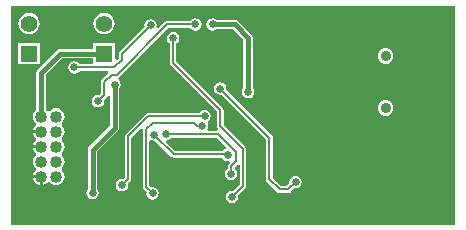
<source format=gbl>
%FSLAX24Y24*%
%MOIN*%
G70*
G01*
G75*
G04 Layer_Physical_Order=2*
G04 Layer_Color=16711680*
%ADD10R,0.0256X0.0354*%
%ADD11R,0.0551X0.0472*%
%ADD12R,0.1378X0.1378*%
%ADD13O,0.0394X0.0098*%
%ADD14O,0.0098X0.0394*%
%ADD15R,0.0866X0.0630*%
%ADD16C,0.0394*%
%ADD17R,0.0413X0.0425*%
%ADD18R,0.0315X0.0295*%
%ADD19R,0.0295X0.0315*%
%ADD20R,0.0360X0.0360*%
%ADD21R,0.0500X0.0360*%
%ADD22R,0.0984X0.0787*%
%ADD23R,0.0906X0.0197*%
%ADD24C,0.0060*%
%ADD25C,0.0150*%
%ADD26C,0.0400*%
%ADD27C,0.0550*%
%ADD28R,0.0550X0.0550*%
%ADD29C,0.0360*%
%ADD30C,0.0250*%
G36*
X14900Y100D02*
X100D01*
Y7400D01*
X14900D01*
Y100D01*
D02*
G37*
%LPC*%
G36*
X5499Y6518D02*
X5419Y6502D01*
X5351Y6457D01*
X5306Y6389D01*
X5290Y6309D01*
X5306Y6229D01*
X5351Y6161D01*
X5387Y6138D01*
Y5481D01*
X5387Y5481D01*
X5396Y5438D01*
X5420Y5401D01*
X6958Y3864D01*
Y3380D01*
X6958Y3380D01*
X6966Y3337D01*
X6991Y3301D01*
X7005Y3287D01*
X6978Y3222D01*
X6669D01*
X6636Y3284D01*
X6653Y3310D01*
X6669Y3390D01*
X6653Y3470D01*
X6652Y3472D01*
X6665Y3541D01*
X6698Y3562D01*
X6743Y3630D01*
X6759Y3710D01*
X6743Y3790D01*
X6698Y3858D01*
X6630Y3903D01*
X6550Y3919D01*
X6470Y3903D01*
X6402Y3858D01*
X6378Y3822D01*
X4670D01*
X4670Y3822D01*
X4627Y3814D01*
X4591Y3789D01*
X4591Y3789D01*
X3921Y3119D01*
X3896Y3083D01*
X3888Y3040D01*
X3888Y3040D01*
Y1676D01*
X3824Y1612D01*
X3790Y1619D01*
X3710Y1603D01*
X3642Y1558D01*
X3597Y1490D01*
X3581Y1410D01*
X3597Y1330D01*
X3642Y1262D01*
X3710Y1217D01*
X3790Y1201D01*
X3870Y1217D01*
X3938Y1262D01*
X3983Y1330D01*
X3999Y1410D01*
X3989Y1460D01*
X4079Y1551D01*
X4104Y1587D01*
X4112Y1630D01*
X4112Y1630D01*
Y2994D01*
X4427Y3309D01*
X4489Y3276D01*
X4488Y3270D01*
X4488Y3270D01*
Y1360D01*
X4488Y1360D01*
X4496Y1317D01*
X4521Y1281D01*
X4619Y1182D01*
X4611Y1140D01*
X4627Y1060D01*
X4672Y992D01*
X4740Y947D01*
X4820Y931D01*
X4900Y947D01*
X4968Y992D01*
X5013Y1060D01*
X5029Y1140D01*
X5013Y1220D01*
X4968Y1288D01*
X4900Y1333D01*
X4820Y1349D01*
X4778Y1341D01*
X4712Y1406D01*
Y2878D01*
X4774Y2911D01*
X4780Y2907D01*
X4860Y2891D01*
X4902Y2899D01*
X5441Y2361D01*
X5477Y2336D01*
X5520Y2328D01*
X5520Y2328D01*
X7133D01*
X7166Y2278D01*
X7234Y2233D01*
X7314Y2217D01*
X7363Y2226D01*
X7396Y2165D01*
X7351Y2119D01*
X7326Y2083D01*
X7318Y2040D01*
X7318Y2040D01*
Y1962D01*
X7282Y1938D01*
X7237Y1870D01*
X7221Y1790D01*
X7237Y1710D01*
X7282Y1642D01*
X7350Y1597D01*
X7430Y1581D01*
X7510Y1597D01*
X7578Y1642D01*
X7623Y1710D01*
X7639Y1790D01*
X7623Y1870D01*
X7578Y1938D01*
X7569Y1944D01*
X7562Y2013D01*
X7653Y2105D01*
X7718Y2078D01*
Y1435D01*
X7508Y1225D01*
X7466Y1233D01*
X7386Y1217D01*
X7318Y1172D01*
X7273Y1104D01*
X7257Y1024D01*
X7273Y944D01*
X7318Y876D01*
X7386Y831D01*
X7466Y815D01*
X7546Y831D01*
X7614Y876D01*
X7659Y944D01*
X7675Y1024D01*
X7666Y1066D01*
X7909Y1309D01*
X7909Y1309D01*
X7934Y1346D01*
X7942Y1389D01*
X7942Y1389D01*
Y2620D01*
X7934Y2663D01*
X7909Y2699D01*
X7909Y2699D01*
X7182Y3426D01*
Y3910D01*
X7182Y3910D01*
X7174Y3953D01*
X7149Y3989D01*
X5611Y5527D01*
Y6138D01*
X5647Y6161D01*
X5692Y6229D01*
X5708Y6309D01*
X5692Y6389D01*
X5647Y6457D01*
X5579Y6502D01*
X5499Y6518D01*
D02*
G37*
G36*
X12582Y4246D02*
X12514Y4237D01*
X12450Y4211D01*
X12396Y4169D01*
X12354Y4115D01*
X12328Y4052D01*
X12319Y3984D01*
X12328Y3916D01*
X12354Y3853D01*
X12396Y3798D01*
X12450Y3757D01*
X12514Y3731D01*
X12582Y3722D01*
X12649Y3731D01*
X12713Y3757D01*
X12767Y3798D01*
X12809Y3853D01*
X12835Y3916D01*
X12844Y3984D01*
X12835Y4052D01*
X12809Y4115D01*
X12767Y4169D01*
X12713Y4211D01*
X12649Y4237D01*
X12582Y4246D01*
D02*
G37*
G36*
X7070Y4839D02*
X6990Y4823D01*
X6922Y4778D01*
X6877Y4710D01*
X6861Y4630D01*
X6877Y4550D01*
X6922Y4482D01*
X6990Y4437D01*
X7070Y4421D01*
X7112Y4429D01*
X8598Y2944D01*
Y1610D01*
X8598Y1610D01*
X8606Y1567D01*
X8631Y1531D01*
X8971Y1191D01*
X8971Y1191D01*
X9007Y1166D01*
X9007Y1166D01*
X9007Y1166D01*
D01*
X9007Y1166D01*
X9007Y1166D01*
X9050Y1158D01*
X9050Y1158D01*
X9340D01*
X9340Y1158D01*
X9383Y1166D01*
X9419Y1191D01*
X9538Y1309D01*
X9580Y1301D01*
X9660Y1317D01*
X9728Y1362D01*
X9773Y1430D01*
X9789Y1510D01*
X9773Y1590D01*
X9728Y1658D01*
X9660Y1703D01*
X9580Y1719D01*
X9500Y1703D01*
X9432Y1658D01*
X9387Y1590D01*
X9371Y1510D01*
X9379Y1468D01*
X9294Y1382D01*
X9096D01*
X8822Y1656D01*
Y2990D01*
X8814Y3033D01*
X8789Y3069D01*
X8789Y3069D01*
X7271Y4588D01*
X7279Y4630D01*
X7263Y4710D01*
X7218Y4778D01*
X7150Y4823D01*
X7070Y4839D01*
D02*
G37*
G36*
X1050Y1650D02*
X824D01*
X827Y1627D01*
X855Y1559D01*
X900Y1500D01*
X959Y1455D01*
X1027Y1427D01*
X1050Y1424D01*
Y1650D01*
D02*
G37*
G36*
X6820Y6979D02*
X6740Y6963D01*
X6672Y6918D01*
X6627Y6850D01*
X6611Y6770D01*
X6627Y6690D01*
X6672Y6622D01*
X6740Y6577D01*
X6820Y6561D01*
X6900Y6577D01*
X6952Y6612D01*
X7495D01*
X7842Y6265D01*
Y4653D01*
X7807Y4600D01*
X7791Y4520D01*
X7807Y4440D01*
X7852Y4372D01*
X7920Y4327D01*
X8000Y4311D01*
X8080Y4327D01*
X8148Y4372D01*
X8193Y4440D01*
X8209Y4520D01*
X8193Y4600D01*
X8158Y4653D01*
Y6330D01*
X8146Y6390D01*
X8112Y6442D01*
X7672Y6882D01*
X7620Y6916D01*
X7560Y6928D01*
X6952D01*
X6900Y6963D01*
X6820Y6979D01*
D02*
G37*
G36*
X700Y7158D02*
X607Y7146D01*
X521Y7110D01*
X447Y7053D01*
X390Y6979D01*
X354Y6893D01*
X342Y6800D01*
X354Y6707D01*
X390Y6621D01*
X447Y6547D01*
X521Y6490D01*
X607Y6454D01*
X700Y6442D01*
X793Y6454D01*
X879Y6490D01*
X953Y6547D01*
X1010Y6621D01*
X1046Y6707D01*
X1058Y6800D01*
X1046Y6893D01*
X1010Y6979D01*
X953Y7053D01*
X879Y7110D01*
X793Y7146D01*
X700Y7158D01*
D02*
G37*
G36*
X3200D02*
X3107Y7146D01*
X3021Y7110D01*
X2947Y7053D01*
X2890Y6979D01*
X2854Y6893D01*
X2842Y6800D01*
X2854Y6707D01*
X2890Y6621D01*
X2947Y6547D01*
X3021Y6490D01*
X3107Y6454D01*
X3200Y6442D01*
X3293Y6454D01*
X3379Y6490D01*
X3453Y6547D01*
X3510Y6621D01*
X3546Y6707D01*
X3558Y6800D01*
X3546Y6893D01*
X3510Y6979D01*
X3453Y7053D01*
X3379Y7110D01*
X3293Y7146D01*
X3200Y7158D01*
D02*
G37*
G36*
X6240Y6979D02*
X6160Y6963D01*
X6092Y6918D01*
X6068Y6882D01*
X5300D01*
X5300Y6882D01*
X5257Y6874D01*
X5221Y6849D01*
X5221Y6849D01*
X5006Y6635D01*
X4945Y6668D01*
X4959Y6740D01*
X4943Y6820D01*
X4898Y6888D01*
X4830Y6933D01*
X4750Y6949D01*
X4670Y6933D01*
X4602Y6888D01*
X4557Y6820D01*
X4541Y6740D01*
X4549Y6698D01*
X3721Y5869D01*
X3696Y5833D01*
X3688Y5790D01*
X3688Y5790D01*
Y5646D01*
X3620Y5578D01*
X3555Y5605D01*
Y6155D01*
X2845D01*
Y5958D01*
X1740D01*
X1680Y5946D01*
X1628Y5912D01*
X988Y5272D01*
X954Y5220D01*
X942Y5160D01*
Y3932D01*
X900Y3900D01*
X855Y3841D01*
X827Y3773D01*
X818Y3700D01*
X827Y3627D01*
X855Y3559D01*
X900Y3500D01*
X920Y3485D01*
Y3415D01*
X900Y3400D01*
X855Y3341D01*
X827Y3273D01*
X824Y3250D01*
X1100D01*
Y3150D01*
X824D01*
X827Y3127D01*
X855Y3059D01*
X900Y3000D01*
X920Y2985D01*
Y2915D01*
X900Y2900D01*
X855Y2841D01*
X827Y2773D01*
X824Y2750D01*
X1100D01*
Y2650D01*
X824D01*
X827Y2627D01*
X855Y2559D01*
X900Y2500D01*
X920Y2485D01*
Y2415D01*
X900Y2400D01*
X855Y2341D01*
X827Y2273D01*
X818Y2200D01*
X827Y2127D01*
X855Y2059D01*
X900Y2000D01*
X920Y1985D01*
Y1915D01*
X900Y1900D01*
X855Y1841D01*
X827Y1773D01*
X824Y1750D01*
X1100D01*
Y1700D01*
X1150D01*
Y1424D01*
X1173Y1427D01*
X1241Y1455D01*
X1300Y1500D01*
X1315Y1520D01*
X1385D01*
X1400Y1500D01*
X1459Y1455D01*
X1527Y1427D01*
X1600Y1418D01*
X1673Y1427D01*
X1741Y1455D01*
X1800Y1500D01*
X1845Y1559D01*
X1873Y1627D01*
X1882Y1700D01*
X1873Y1773D01*
X1845Y1841D01*
X1800Y1900D01*
X1780Y1915D01*
Y1985D01*
X1800Y2000D01*
X1845Y2059D01*
X1873Y2127D01*
X1882Y2200D01*
X1873Y2273D01*
X1845Y2341D01*
X1800Y2400D01*
X1780Y2415D01*
Y2485D01*
X1800Y2500D01*
X1845Y2559D01*
X1873Y2627D01*
X1882Y2700D01*
X1873Y2773D01*
X1845Y2841D01*
X1800Y2900D01*
X1780Y2915D01*
Y2985D01*
X1800Y3000D01*
X1845Y3059D01*
X1873Y3127D01*
X1882Y3200D01*
X1873Y3273D01*
X1845Y3341D01*
X1800Y3400D01*
X1780Y3415D01*
Y3485D01*
X1800Y3500D01*
X1845Y3559D01*
X1873Y3627D01*
X1882Y3700D01*
X1873Y3773D01*
X1845Y3841D01*
X1800Y3900D01*
X1741Y3945D01*
X1673Y3973D01*
X1600Y3982D01*
X1527Y3973D01*
X1459Y3945D01*
X1400Y3900D01*
X1385Y3880D01*
X1315D01*
X1300Y3900D01*
X1258Y3932D01*
Y5095D01*
X1805Y5642D01*
X2845D01*
Y5452D01*
X2382D01*
X2358Y5488D01*
X2290Y5533D01*
X2210Y5549D01*
X2130Y5533D01*
X2062Y5488D01*
X2017Y5420D01*
X2001Y5340D01*
X2017Y5260D01*
X2062Y5192D01*
X2130Y5147D01*
X2210Y5131D01*
X2290Y5147D01*
X2358Y5192D01*
X2382Y5228D01*
X3298D01*
X3325Y5210D01*
X3332Y5140D01*
X3131Y4939D01*
X3106Y4903D01*
X3098Y4860D01*
X3098Y4860D01*
Y4476D01*
X3032Y4411D01*
X2990Y4419D01*
X2910Y4403D01*
X2842Y4358D01*
X2797Y4290D01*
X2781Y4210D01*
X2797Y4130D01*
X2842Y4062D01*
X2910Y4017D01*
X2990Y4001D01*
X3070Y4017D01*
X3138Y4062D01*
X3183Y4130D01*
X3199Y4210D01*
X3191Y4252D01*
X3289Y4351D01*
X3314Y4387D01*
X3322Y4430D01*
D01*
X3322Y4430D01*
X3342D01*
X3392Y4381D01*
Y3395D01*
X2708Y2712D01*
X2674Y2660D01*
X2662Y2600D01*
Y1282D01*
X2627Y1230D01*
X2611Y1150D01*
X2627Y1070D01*
X2672Y1002D01*
X2740Y957D01*
X2820Y941D01*
X2900Y957D01*
X2968Y1002D01*
X3013Y1070D01*
X3029Y1150D01*
X3013Y1230D01*
X2978Y1282D01*
Y2535D01*
X3662Y3218D01*
X3696Y3270D01*
X3708Y3330D01*
X3708Y3330D01*
X3708Y3330D01*
Y3330D01*
Y4628D01*
X3743Y4680D01*
X3759Y4760D01*
X3743Y4840D01*
X3698Y4908D01*
X3689Y4913D01*
X3673Y4996D01*
D01*
D01*
D01*
X3709Y5021D01*
X5346Y6658D01*
X6068D01*
X6092Y6622D01*
X6160Y6577D01*
X6240Y6561D01*
X6320Y6577D01*
X6388Y6622D01*
X6433Y6690D01*
X6449Y6770D01*
X6433Y6850D01*
X6388Y6918D01*
X6320Y6963D01*
X6240Y6979D01*
D02*
G37*
G36*
X1055Y6155D02*
X345D01*
Y5445D01*
X1055D01*
Y6155D01*
D02*
G37*
G36*
X12582Y5978D02*
X12514Y5969D01*
X12450Y5943D01*
X12396Y5902D01*
X12354Y5847D01*
X12328Y5784D01*
X12319Y5716D01*
X12328Y5648D01*
X12354Y5585D01*
X12396Y5531D01*
X12450Y5489D01*
X12514Y5463D01*
X12582Y5454D01*
X12649Y5463D01*
X12713Y5489D01*
X12767Y5531D01*
X12809Y5585D01*
X12835Y5648D01*
X12844Y5716D01*
X12835Y5784D01*
X12809Y5847D01*
X12767Y5902D01*
X12713Y5943D01*
X12649Y5969D01*
X12582Y5978D01*
D02*
G37*
%LPD*%
G36*
X7269Y2689D02*
X7248Y2622D01*
X7234Y2619D01*
X7166Y2574D01*
X7152Y2552D01*
X5566D01*
X5277Y2841D01*
X5297Y2908D01*
X5340Y2917D01*
X5408Y2962D01*
X5432Y2998D01*
X6959D01*
X7269Y2689D01*
D02*
G37*
D24*
X4000Y1630D02*
Y3040D01*
X4670Y3710D01*
X3630Y5100D02*
X5300Y6770D01*
X3450Y5100D02*
X3630D01*
X3210Y4860D02*
X3450Y5100D01*
X3210Y4430D02*
Y4860D01*
X3540Y5340D02*
X3800Y5600D01*
X5520Y2440D02*
X7314D01*
X6280Y3390D02*
X6460D01*
X4670Y3710D02*
X6550D01*
X4600Y1360D02*
Y3270D01*
X4820Y3490D01*
X6180D01*
X6280Y3390D01*
X4860Y3100D02*
X5520Y2440D01*
X7466Y1024D02*
X7830Y1389D01*
Y2620D01*
X7006Y3110D02*
X7607Y2509D01*
Y2217D02*
Y2509D01*
X7430Y2040D02*
X7607Y2217D01*
X7430Y1790D02*
Y2040D01*
X3800Y5600D02*
Y5790D01*
X4750Y6740D01*
X5300Y6770D02*
X6240D01*
X8710Y1610D02*
X9050Y1270D01*
X2210Y5340D02*
X3540D01*
X2990Y4210D02*
X3210Y4430D01*
X4600Y1360D02*
X4820Y1140D01*
X9050Y1270D02*
X9340D01*
X9580Y1510D01*
X3785Y1415D02*
X4000Y1630D01*
X7070Y4630D02*
X8710Y2990D01*
Y1610D02*
Y2990D01*
X7070Y3380D02*
X7830Y2620D01*
X7070Y3380D02*
Y3910D01*
X5499Y5481D02*
X7070Y3910D01*
X5260Y3110D02*
X7006D01*
X5499Y5481D02*
Y6309D01*
D25*
X6820Y6770D02*
X7560D01*
X8000Y6330D01*
Y4520D02*
Y6330D01*
X2820Y2600D02*
X3550Y3330D01*
Y4760D01*
X1100Y5160D02*
X1740Y5800D01*
X3200D01*
X2820Y1150D02*
Y2600D01*
X1100Y3700D02*
Y5160D01*
D26*
X1600Y1700D02*
D03*
X1100D02*
D03*
X1600Y2200D02*
D03*
X1100D02*
D03*
X1600Y2700D02*
D03*
X1100D02*
D03*
X1600Y3200D02*
D03*
X1100D02*
D03*
X1600Y3700D02*
D03*
X1100D02*
D03*
D27*
X3200Y6800D02*
D03*
X700D02*
D03*
D28*
X3200Y5800D02*
D03*
X700D02*
D03*
D29*
X12582Y5716D02*
D03*
Y3984D02*
D03*
D30*
X5125Y4378D02*
D03*
X6820Y6770D02*
D03*
X10730Y3100D02*
D03*
X1860Y5480D02*
D03*
Y7080D02*
D03*
X3509Y1850D02*
D03*
X1380Y290D02*
D03*
X3790Y1410D02*
D03*
X6900Y1560D02*
D03*
X4300Y2640D02*
D03*
X3934Y3844D02*
D03*
X14040Y450D02*
D03*
X12610Y5050D02*
D03*
X12710Y6602D02*
D03*
X12730Y3098D02*
D03*
X8790Y4553D02*
D03*
X9180Y1520D02*
D03*
X6550Y3710D02*
D03*
X6460Y3390D02*
D03*
X9810Y2270D02*
D03*
X4820Y1140D02*
D03*
X3550Y4760D02*
D03*
X4750Y6740D02*
D03*
X7466Y1024D02*
D03*
X6240Y6770D02*
D03*
X2990Y4210D02*
D03*
X7850Y3030D02*
D03*
X8000Y4520D02*
D03*
X4860Y3100D02*
D03*
X7314Y2426D02*
D03*
X3890Y3290D02*
D03*
X5260Y3110D02*
D03*
X7070Y4630D02*
D03*
X9580Y1510D02*
D03*
X10310Y6660D02*
D03*
X10376Y4214D02*
D03*
X7430Y1790D02*
D03*
X12390Y1150D02*
D03*
X2210Y5340D02*
D03*
X2820Y1150D02*
D03*
X5499Y6309D02*
D03*
M02*

</source>
